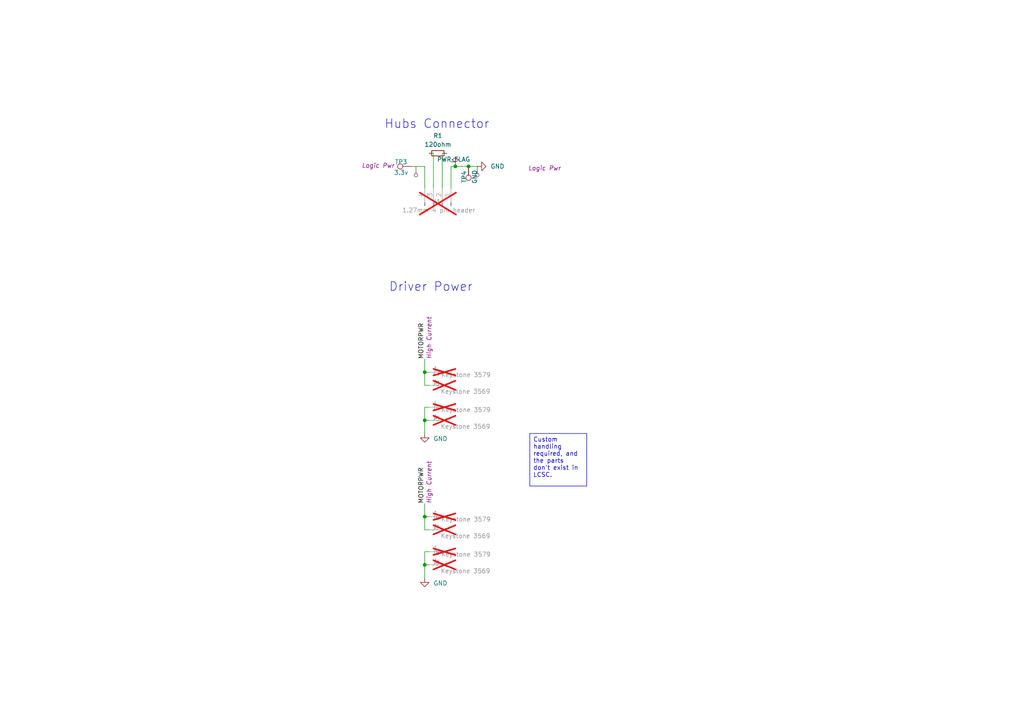
<source format=kicad_sch>
(kicad_sch (version 20231120) (generator "eeschema") (generator_version "8.0")
  (paper "A4")
  (title_block (title "CACKLE Blank End Cap") (date "2024-12-24") (rev "V1") (comment 1 "Author: Asher Edwards"))
  (lib_symbols
    (symbol "Connector:Conn_01x01_Pin" (pin_names (offset 1.016) hide)
      (property "Reference" "J" (at 0 2.54 0))
      (property "Value" "Conn_01x01_Pin" (at 0 -2.54 0))
      (symbol "Conn_01x01_Pin_1_1"
        (polyline (pts (xy 1.27 0) (xy 0.8636 0)) (stroke (width 0.1524)))
        (rectangle (start 0.8636 0.127) (end 0 -0.127) (stroke (width 0.1524)) (fill (type outline)))
        (pin passive line (at 5.08 0 180) (length 3.81) (name "Pin_1") (number "1"))
      )
    )
    (symbol "Connector:Conn_01x01_Socket" (pin_names (offset 1.016) hide)
      (property "Reference" "J" (at 0 2.54 0))
      (property "Value" "Conn_01x01_Socket" (at 0 -2.54 0))
      (symbol "Conn_01x01_Socket_1_1"
        (polyline (pts (xy -1.27 0) (xy -0.508 0)) (stroke (width 0.1524)))
        (arc (start 0 0.508) (mid -0.5058 0) (end 0 -0.508) (stroke (width 0.1524)))
        (pin passive line (at -5.08 0 0) (length 3.81) (name "Pin_1") (number "1"))
      )
    )
    (symbol "Connector:Conn_01x04_Pin" (pin_names (offset 1.016) hide)
      (property "Reference" "J" (at 0 5.08 0))
      (property "Value" "Conn_01x04_Pin" (at 0 -7.62 0))
      (symbol "Conn_01x04_Pin_1_1"
        (polyline (pts (xy 1.27 -5.08) (xy 0.8636 -5.08)) (stroke (width 0.1524)))
        (polyline (pts (xy 1.27 -2.54) (xy 0.8636 -2.54)) (stroke (width 0.1524)))
        (polyline (pts (xy 1.27 0) (xy 0.8636 0)) (stroke (width 0.1524)))
        (polyline (pts (xy 1.27 2.54) (xy 0.8636 2.54)) (stroke (width 0.1524)))
        (rectangle (start 0.8636 -4.953) (end 0 -5.207) (stroke (width 0.1524)) (fill (type outline)))
        (rectangle (start 0.8636 -2.413) (end 0 -2.667) (stroke (width 0.1524)) (fill (type outline)))
        (rectangle (start 0.8636 0.127) (end 0 -0.127) (stroke (width 0.1524)) (fill (type outline)))
        (rectangle (start 0.8636 2.667) (end 0 2.413) (stroke (width 0.1524)) (fill (type outline)))
        (pin passive line (at 5.08 2.54 180) (length 3.81) (name "Pin_1") (number "1"))
        (pin passive line (at 5.08 0 180) (length 3.81) (name "Pin_2") (number "2"))
        (pin passive line (at 5.08 -2.54 180) (length 3.81) (name "Pin_3") (number "3"))
        (pin passive line (at 5.08 -5.08 180) (length 3.81) (name "Pin_4") (number "4"))
      )
    )
    (symbol "Connector:TestPoint" (pin_numbers hide) (pin_names (offset 0.762) hide)
      (property "Reference" "TP" (at 0 6.858 0))
      (property "Value" "TestPoint" (at 0 5.08 0))
      (symbol "TestPoint_0_1"
        (circle (center 0 3.302) (radius 0.762))
      )
      (symbol "TestPoint_1_1"
        (pin passive line (at 0 0 90) (length 2.54) (name "1") (number "1"))
      )
    )
    (symbol "Device:R_Small" (pin_numbers hide) (pin_names (offset 0.254) hide)
      (property "Reference" "R" (at 0.762 0.508 0))
      (property "Value" "R_Small" (at 0.762 -1.016 0))
      (symbol "R_Small_0_1"
        (rectangle (start -0.762 1.778) (end 0.762 -1.778) (stroke (width 0.2032)))
      )
      (symbol "R_Small_1_1"
        (pin passive line (at 0 2.54 270) (length 0.762) (name "~") (number "1"))
        (pin passive line (at 0 -2.54 90) (length 0.762) (name "~") (number "2"))
      )
    )
    (symbol "power:GND" (power) (pin_numbers hide) (pin_names (offset 0) hide)
      (property "Value" "GND" (at 0 -3.81 0))
      (symbol "GND_0_1"
        (polyline (pts (xy 0 0) (xy 0 -1.27) (xy 1.27 -1.27) (xy 0 -2.54) (xy -1.27 -1.27) (xy 0 -1.27)))
      )
      (symbol "GND_1_1"
        (pin power_in line (at 0 0 270) (length 0) (name "~") (number "1"))
      )
    )
    (symbol "power:PWR_FLAG" (power) (pin_numbers hide) (pin_names (offset 0) hide)
      (property "Value" "PWR_FLAG" (at 0 3.81 0))
      (symbol "PWR_FLAG_0_0"
        (pin power_out line (at 0 0 90) (length 0) (name "~") (number "1"))
      )
      (symbol "PWR_FLAG_0_1"
        (polyline (pts (xy 0 0) (xy 0 1.27) (xy -1.016 1.905) (xy 0 2.54) (xy 1.016 1.905) (xy 0 1.27)))
      )
    )
  )
  (junction (at 123.19 149.86))
  (junction (at 132.08 48.26))
  (junction (at 135.89 48.26))
  (junction (at 123.19 163.83))
  (junction (at 123.19 107.95))
  (junction (at 123.19 121.92))
  (wire (pts (xy 124.46 44.45) (xy 125.73 44.45)))
  (wire (pts (xy 119.38 48.26) (xy 123.19 48.26)))
  (wire (pts (xy 123.19 149.86) (xy 124.46 149.86)))
  (wire (pts (xy 130.81 48.26) (xy 132.08 48.26)))
  (wire (pts (xy 123.19 104.14) (xy 123.19 107.95)))
  (wire (pts (xy 123.19 111.76) (xy 124.46 111.76)))
  (wire (pts (xy 123.19 160.02) (xy 123.19 163.83)))
  (wire (pts (xy 124.46 160.02) (xy 123.19 160.02)))
  (wire (pts (xy 123.19 163.83) (xy 124.46 163.83)))
  (wire (pts (xy 123.19 153.67) (xy 124.46 153.67)))
  (wire (pts (xy 128.27 44.45) (xy 129.54 44.45)))
  (wire (pts (xy 132.08 48.26) (xy 135.89 48.26)))
  (wire (pts (xy 123.19 107.95) (xy 123.19 111.76)))
  (wire (pts (xy 130.81 54.61) (xy 130.81 48.26)))
  (wire (pts (xy 128.27 54.61) (xy 128.27 44.45)))
  (wire (pts (xy 123.19 146.05) (xy 123.19 149.86)))
  (wire (pts (xy 123.19 149.86) (xy 123.19 153.67)))
  (wire (pts (xy 135.89 48.26) (xy 138.43 48.26)))
  (wire (pts (xy 123.19 54.61) (xy 123.19 48.26)))
  (wire (pts (xy 124.46 118.11) (xy 123.19 118.11)))
  (wire (pts (xy 123.19 121.92) (xy 124.46 121.92)))
  (wire (pts (xy 123.19 118.11) (xy 123.19 121.92)))
  (wire (pts (xy 125.73 54.61) (xy 125.73 44.45)))
  (wire (pts (xy 123.19 121.92) (xy 123.19 125.73)))
  (wire (pts (xy 123.19 163.83) (xy 123.19 167.64)))
  (wire (pts (xy 123.19 107.95) (xy 124.46 107.95)))
  (text_box "Custom handling required, and the parts don't exist in LCSC." (at 153.67 125.73 0) (size 16.51 15.24) (effects (font (size 1.27 1.27)) (justify left top)))
  (text "Hubs Connector" (at 126.746 36.068 0) (effects (font (size 2.54 2.54))))
  (text "Driver Power" (at 124.968 83.312 0) (effects (font (size 2.54 2.54))))
  (label "MOTORPWR" (at 123.19 146.05 90) (property "Netclass" "High Current" (at 124.46 146.05 90) (effects (font (italic yes)) (justify left))))
  (label "MOTORPWR" (at 123.19 104.14 90) (property "Netclass" "High Current" (at 124.46 104.14 90) (effects (font (italic yes)) (justify left))))
  (netclass_flag "" (length 2.54) (shape round) (at 138.43 48.26 180) (property "Netclass" "Logic Pwr" (at 153.162 48.768 0) (effects (font (italic yes)) (justify left))))
  (netclass_flag "" (length 2.54) (shape round) (at 120.65 48.26 180) (property "Netclass" "Logic Pwr" (at 104.902 48.006 0) (effects (font (italic yes)) (justify left))))
  (symbol (lib_id "power:GND") (at 123.19 125.73 0) (unit 1)
    (property "Reference" "#PWR02" (effects (hide yes)))
    (property "Value" "GND" (at 129.794 127.254 0) (effects (justify right)))
    (property "Description" "Power symbol creates a global label with name \"GND\" , ground" (effects (hide yes)))
  )
  (symbol (lib_id "Connector:Conn_01x01_Socket") (at 129.54 153.67 0) (unit 1) (dnp yes)
    (property "Reference" "J7" (at 125.222 153.162 0) (effects (justify left)))
    (property "Value" "Keystone 3569" (at 127.762 155.448 0) (effects (justify left)))
    (property "Footprint" "custom_Connector:Keystone_3569_half" (effects (hide yes)))
    (property "Description" "Generic connector, single row, 01x01, script generated" (effects (hide yes)))
  )
  (symbol (lib_id "Connector:Conn_01x01_Pin") (at 129.54 160.02 180) (unit 1) (dnp yes)
    (property "Reference" "J8" (at 126.492 160.274 0))
    (property "Value" "Keystone 3579" (at 135.128 160.782 0))
    (property "Footprint" "custom_Connector:Keystone_3579" (effects (hide yes)))
    (property "Description" "Generic connector, single row, 01x01, script generated" (effects (hide yes)))
  )
  (symbol (lib_id "power:GND") (at 138.43 48.26 90) (mirror x) (unit 1)
    (property "Reference" "#PWR01" (effects (hide yes)))
    (property "Value" "GND" (at 142.24 48.2601 90) (effects (justify right)))
    (property "Description" "Power symbol creates a global label with name \"GND\" , ground" (effects (hide yes)))
  )
  (symbol (lib_id "power:PWR_FLAG") (at 132.08 48.26 0) (mirror y) (unit 1)
    (property "Reference" "#FLG01" (effects (hide yes)))
    (property "Value" "PWR_FLAG" (at 131.572 46.228 0))
    (property "Description" "Special symbol for telling ERC where power comes from" (effects (hide yes)))
  )
  (symbol (lib_id "Connector:Conn_01x01_Socket") (at 129.54 121.92 0) (unit 1) (dnp yes)
    (property "Reference" "J5" (at 125.222 121.412 0) (effects (justify left)))
    (property "Value" "Keystone 3569" (at 127.762 123.698 0) (effects (justify left)))
    (property "Footprint" "custom_Connector:Keystone_3569_half" (effects (hide yes)))
    (property "Description" "Generic connector, single row, 01x01, script generated" (effects (hide yes)))
  )
  (symbol (lib_id "Connector:Conn_01x04_Pin") (at 128.27 59.69 270) (mirror x) (unit 1) (dnp yes)
    (property "Reference" "J1" (at 126.746 58.42 90))
    (property "Value" "1.27mm 4 pin header" (at 127.254 60.96 90))
    (property "Footprint" "Connector_PinHeader_1.27mm:PinHeader_1x04_P1.27mm_Vertical" (effects (hide yes)))
    (property "Description" "Generic connector, single row, 01x04, script generated" (effects (hide yes)))
  )
  (symbol (lib_id "Connector:TestPoint") (at 135.89 48.26 180) (unit 1)
    (property "Reference" "TP4" (at 134.62 51.308 90))
    (property "Value" "GND" (at 137.668 51.308 90))
    (property "Footprint" "TestPoint:TestPoint_Pad_D1.0mm" (effects (hide yes)))
    (property "Description" "test point" (effects (hide yes)))
  )
  (symbol (lib_id "Connector:TestPoint") (at 119.38 48.26 90) (unit 1)
    (property "Reference" "TP3" (at 116.332 46.99 90))
    (property "Value" "3.3v" (at 116.332 50.038 90))
    (property "Footprint" "TestPoint:TestPoint_Pad_D1.0mm" (effects (hide yes)))
    (property "Description" "test point" (effects (hide yes)))
  )
  (symbol (lib_id "Connector:Conn_01x01_Socket") (at 129.54 163.83 0) (unit 1) (dnp yes)
    (property "Reference" "J9" (at 125.222 163.322 0) (effects (justify left)))
    (property "Value" "Keystone 3569" (at 127.762 165.608 0) (effects (justify left)))
    (property "Footprint" "custom_Connector:Keystone_3569_half" (effects (hide yes)))
    (property "Description" "Generic connector, single row, 01x01, script generated" (effects (hide yes)))
  )
  (symbol (lib_id "Connector:Conn_01x01_Pin") (at 129.54 118.11 180) (unit 1) (dnp yes)
    (property "Reference" "J4" (at 126.492 118.364 0))
    (property "Value" "Keystone 3579" (at 135.128 118.872 0))
    (property "Footprint" "custom_Connector:Keystone_3579" (effects (hide yes)))
    (property "Description" "Generic connector, single row, 01x01, script generated" (effects (hide yes)))
  )
  (symbol (lib_id "Device:R_Small") (at 127 44.45 90) (unit 1)
    (property "Reference" "R1" (at 127 39.37 90))
    (property "Value" "120ohm" (at 127 41.91 90))
    (property "Footprint" "Resistor_SMD:R_0402_1005Metric" (effects (hide yes)))
    (property "Description" "Resistor, small symbol" (effects (hide yes)))
    (property "LCSC" "C25079" (effects (hide yes)))
  )
  (symbol (lib_id "Connector:Conn_01x01_Socket") (at 129.54 111.76 0) (unit 1) (dnp yes)
    (property "Reference" "J3" (at 125.222 111.252 0) (effects (justify left)))
    (property "Value" "Keystone 3569" (at 127.762 113.538 0) (effects (justify left)))
    (property "Footprint" "custom_Connector:Keystone_3569_half" (effects (hide yes)))
    (property "Description" "Generic connector, single row, 01x01, script generated" (effects (hide yes)))
  )
  (symbol (lib_id "Connector:Conn_01x01_Pin") (at 129.54 149.86 180) (unit 1) (dnp yes)
    (property "Reference" "J6" (at 126.492 150.114 0))
    (property "Value" "Keystone 3579" (at 135.128 150.622 0))
    (property "Footprint" "custom_Connector:Keystone_3579" (effects (hide yes)))
    (property "Description" "Generic connector, single row, 01x01, script generated" (effects (hide yes)))
  )
  (symbol (lib_id "Connector:Conn_01x01_Pin") (at 129.54 107.95 180) (unit 1) (dnp yes)
    (property "Reference" "J2" (at 126.492 108.204 0))
    (property "Value" "Keystone 3579" (at 135.128 108.712 0))
    (property "Footprint" "custom_Connector:Keystone_3579" (effects (hide yes)))
    (property "Description" "Generic connector, single row, 01x01, script generated" (effects (hide yes)))
  )
  (symbol (lib_id "power:GND") (at 123.19 167.64 0) (unit 1)
    (property "Reference" "#PWR03" (effects (hide yes)))
    (property "Value" "GND" (at 129.794 169.164 0) (effects (justify right)))
    (property "Description" "Power symbol creates a global label with name \"GND\" , ground" (effects (hide yes)))
  )
)
</source>
